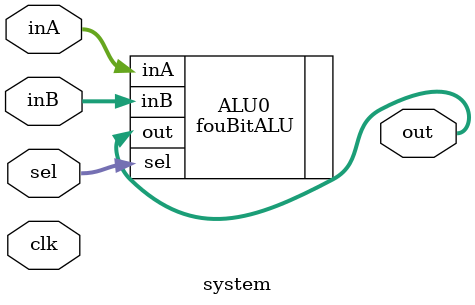
<source format=v>
module system(clk, sel, inA, inB, out);
	input clk;
	input[2:0]sel;
	input[3:0]inA, inB;
	output[3:0]out;
	
	fouBitALU ALU0(.inA(inA), .inB(inB), .sel(sel), .out(out));
	
endmodule
</source>
